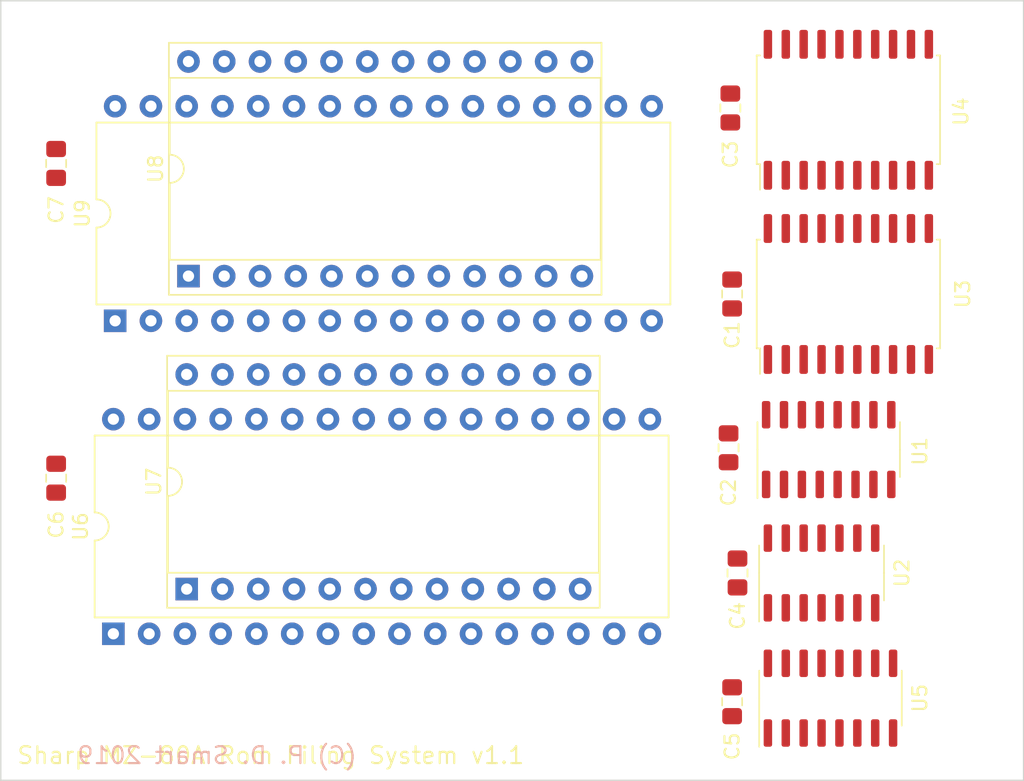
<source format=kicad_pcb>
(kicad_pcb (version 20171130) (host pcbnew "(5.1.2-1)-1")

  (general
    (thickness 1.6)
    (drawings 6)
    (tracks 0)
    (zones 0)
    (modules 16)
    (nets 70)
  )

  (page A4)
  (layers
    (0 F.Cu signal)
    (31 B.Cu signal)
    (32 B.Adhes user)
    (33 F.Adhes user)
    (34 B.Paste user)
    (35 F.Paste user)
    (36 B.SilkS user)
    (37 F.SilkS user)
    (38 B.Mask user)
    (39 F.Mask user)
    (40 Dwgs.User user)
    (41 Cmts.User user)
    (42 Eco1.User user)
    (43 Eco2.User user)
    (44 Edge.Cuts user)
    (45 Margin user)
    (46 B.CrtYd user)
    (47 F.CrtYd user)
    (48 B.Fab user)
    (49 F.Fab user)
  )

  (setup
    (last_trace_width 0.25)
    (trace_clearance 0.2)
    (zone_clearance 0.508)
    (zone_45_only no)
    (trace_min 0.2)
    (via_size 0.8)
    (via_drill 0.4)
    (via_min_size 0.4)
    (via_min_drill 0.3)
    (uvia_size 0.3)
    (uvia_drill 0.1)
    (uvias_allowed no)
    (uvia_min_size 0.2)
    (uvia_min_drill 0.1)
    (edge_width 0.05)
    (segment_width 0.2)
    (pcb_text_width 0.3)
    (pcb_text_size 1.5 1.5)
    (mod_edge_width 0.12)
    (mod_text_size 1 1)
    (mod_text_width 0.15)
    (pad_size 1.524 1.524)
    (pad_drill 0.762)
    (pad_to_mask_clearance 0.051)
    (solder_mask_min_width 0.25)
    (aux_axis_origin 0 0)
    (visible_elements FFFFFF7F)
    (pcbplotparams
      (layerselection 0x010fc_ffffffff)
      (usegerberextensions false)
      (usegerberattributes false)
      (usegerberadvancedattributes false)
      (creategerberjobfile false)
      (excludeedgelayer true)
      (linewidth 0.100000)
      (plotframeref false)
      (viasonmask false)
      (mode 1)
      (useauxorigin false)
      (hpglpennumber 1)
      (hpglpenspeed 20)
      (hpglpendiameter 15.000000)
      (psnegative false)
      (psa4output false)
      (plotreference true)
      (plotvalue true)
      (plotinvisibletext false)
      (padsonsilk false)
      (subtractmaskfromsilk false)
      (outputformat 1)
      (mirror false)
      (drillshape 0)
      (scaleselection 1)
      (outputdirectory ""))
  )

  (net 0 "")
  (net 1 GNDPWR)
  (net 2 +5V)
  (net 3 /~CSMROM~)
  (net 4 /~CSUSR~)
  (net 5 "Net-(U1-Pad14)")
  (net 6 "Net-(U1-Pad13)")
  (net 7 /A11)
  (net 8 /A10)
  (net 9 /A9)
  (net 10 "Net-(U1-Pad9)")
  (net 11 /A8)
  (net 12 /A7)
  (net 13 /A6)
  (net 14 /A5)
  (net 15 /A4)
  (net 16 /A3)
  (net 17 /A2)
  (net 18 "Net-(U2-Pad12)")
  (net 19 "Net-(U2-Pad10)")
  (net 20 "Net-(U2-Pad8)")
  (net 21 "Net-(U2-Pad6)")
  (net 22 /~MWR~)
  (net 23 "Net-(U3-Pad19)")
  (net 24 /D7)
  (net 25 /D6)
  (net 26 /BK1A18)
  (net 27 /BK1A17)
  (net 28 /D5)
  (net 29 /D4)
  (net 30 /BK1A16)
  (net 31 "Net-(U3-Pad11)")
  (net 32 /BK1A15)
  (net 33 /D3)
  (net 34 /D2)
  (net 35 /BK1A14)
  (net 36 /BK1A13)
  (net 37 /D1)
  (net 38 /D0)
  (net 39 /BK1A12)
  (net 40 "Net-(U3-Pad1)")
  (net 41 /BK2A18)
  (net 42 /BK2A17)
  (net 43 /BK2A16)
  (net 44 /BK2A15)
  (net 45 "Net-(U4-Pad11)")
  (net 46 /BK2A14)
  (net 47 /BK2A13)
  (net 48 /BK2A12)
  (net 49 /BK2A11)
  (net 50 "Net-(U4-Pad1)")
  (net 51 "Net-(U5-Pad15)")
  (net 52 "Net-(U5-Pad14)")
  (net 53 "Net-(U5-Pad13)")
  (net 54 "Net-(U5-Pad12)")
  (net 55 /A1)
  (net 56 /A0)
  (net 57 /~MRD~)
  (net 58 "Net-(U7-Pad18)")
  (net 59 "Net-(U8-Pad23)")
  (net 60 "Net-(U8-Pad22)")
  (net 61 "Net-(U8-Pad8)")
  (net 62 "Net-(U8-Pad19)")
  (net 63 "Net-(U8-Pad7)")
  (net 64 "Net-(U8-Pad6)")
  (net 65 "Net-(U8-Pad5)")
  (net 66 "Net-(U8-Pad4)")
  (net 67 "Net-(U8-Pad3)")
  (net 68 "Net-(U8-Pad2)")
  (net 69 "Net-(U8-Pad1)")

  (net_class Default "This is the default net class."
    (clearance 0.2)
    (trace_width 0.25)
    (via_dia 0.8)
    (via_drill 0.4)
    (uvia_dia 0.3)
    (uvia_drill 0.1)
    (add_net +5V)
    (add_net /A0)
    (add_net /A1)
    (add_net /A10)
    (add_net /A11)
    (add_net /A2)
    (add_net /A3)
    (add_net /A4)
    (add_net /A5)
    (add_net /A6)
    (add_net /A7)
    (add_net /A8)
    (add_net /A9)
    (add_net /BK1A12)
    (add_net /BK1A13)
    (add_net /BK1A14)
    (add_net /BK1A15)
    (add_net /BK1A16)
    (add_net /BK1A17)
    (add_net /BK1A18)
    (add_net /BK2A11)
    (add_net /BK2A12)
    (add_net /BK2A13)
    (add_net /BK2A14)
    (add_net /BK2A15)
    (add_net /BK2A16)
    (add_net /BK2A17)
    (add_net /BK2A18)
    (add_net /D0)
    (add_net /D1)
    (add_net /D2)
    (add_net /D3)
    (add_net /D4)
    (add_net /D5)
    (add_net /D6)
    (add_net /D7)
    (add_net /~CSMROM~)
    (add_net /~CSUSR~)
    (add_net /~MRD~)
    (add_net /~MWR~)
    (add_net GNDPWR)
    (add_net "Net-(U1-Pad13)")
    (add_net "Net-(U1-Pad14)")
    (add_net "Net-(U1-Pad9)")
    (add_net "Net-(U2-Pad10)")
    (add_net "Net-(U2-Pad12)")
    (add_net "Net-(U2-Pad6)")
    (add_net "Net-(U2-Pad8)")
    (add_net "Net-(U3-Pad1)")
    (add_net "Net-(U3-Pad11)")
    (add_net "Net-(U3-Pad19)")
    (add_net "Net-(U4-Pad1)")
    (add_net "Net-(U4-Pad11)")
    (add_net "Net-(U5-Pad12)")
    (add_net "Net-(U5-Pad13)")
    (add_net "Net-(U5-Pad14)")
    (add_net "Net-(U5-Pad15)")
    (add_net "Net-(U7-Pad18)")
    (add_net "Net-(U8-Pad1)")
    (add_net "Net-(U8-Pad19)")
    (add_net "Net-(U8-Pad2)")
    (add_net "Net-(U8-Pad22)")
    (add_net "Net-(U8-Pad23)")
    (add_net "Net-(U8-Pad3)")
    (add_net "Net-(U8-Pad4)")
    (add_net "Net-(U8-Pad5)")
    (add_net "Net-(U8-Pad6)")
    (add_net "Net-(U8-Pad7)")
    (add_net "Net-(U8-Pad8)")
  )

  (module Package_DIP:DIP-32_W15.24mm (layer F.Cu) (tedit 5A02E8C5) (tstamp 5D6C49F9)
    (at 129.159 93.98 90)
    (descr "32-lead though-hole mounted DIP package, row spacing 15.24 mm (600 mils)")
    (tags "THT DIP DIL PDIP 2.54mm 15.24mm 600mil")
    (path /5D8675A1)
    (fp_text reference U9 (at 7.62 -2.33 90) (layer F.SilkS)
      (effects (font (size 1 1) (thickness 0.15)))
    )
    (fp_text value SST39SF040 (at 7.62 40.43 90) (layer F.Fab)
      (effects (font (size 1 1) (thickness 0.15)))
    )
    (fp_text user %R (at 7.62 19.05 90) (layer F.Fab)
      (effects (font (size 1 1) (thickness 0.15)))
    )
    (fp_line (start 16.3 -1.55) (end -1.05 -1.55) (layer F.CrtYd) (width 0.05))
    (fp_line (start 16.3 39.65) (end 16.3 -1.55) (layer F.CrtYd) (width 0.05))
    (fp_line (start -1.05 39.65) (end 16.3 39.65) (layer F.CrtYd) (width 0.05))
    (fp_line (start -1.05 -1.55) (end -1.05 39.65) (layer F.CrtYd) (width 0.05))
    (fp_line (start 14.08 -1.33) (end 8.62 -1.33) (layer F.SilkS) (width 0.12))
    (fp_line (start 14.08 39.43) (end 14.08 -1.33) (layer F.SilkS) (width 0.12))
    (fp_line (start 1.16 39.43) (end 14.08 39.43) (layer F.SilkS) (width 0.12))
    (fp_line (start 1.16 -1.33) (end 1.16 39.43) (layer F.SilkS) (width 0.12))
    (fp_line (start 6.62 -1.33) (end 1.16 -1.33) (layer F.SilkS) (width 0.12))
    (fp_line (start 0.255 -0.27) (end 1.255 -1.27) (layer F.Fab) (width 0.1))
    (fp_line (start 0.255 39.37) (end 0.255 -0.27) (layer F.Fab) (width 0.1))
    (fp_line (start 14.985 39.37) (end 0.255 39.37) (layer F.Fab) (width 0.1))
    (fp_line (start 14.985 -1.27) (end 14.985 39.37) (layer F.Fab) (width 0.1))
    (fp_line (start 1.255 -1.27) (end 14.985 -1.27) (layer F.Fab) (width 0.1))
    (fp_arc (start 7.62 -1.33) (end 6.62 -1.33) (angle -180) (layer F.SilkS) (width 0.12))
    (pad 32 thru_hole oval (at 15.24 0 90) (size 1.6 1.6) (drill 0.8) (layers *.Cu *.Mask)
      (net 2 +5V))
    (pad 16 thru_hole oval (at 0 38.1 90) (size 1.6 1.6) (drill 0.8) (layers *.Cu *.Mask)
      (net 1 GNDPWR))
    (pad 31 thru_hole oval (at 15.24 2.54 90) (size 1.6 1.6) (drill 0.8) (layers *.Cu *.Mask)
      (net 22 /~MWR~))
    (pad 15 thru_hole oval (at 0 35.56 90) (size 1.6 1.6) (drill 0.8) (layers *.Cu *.Mask)
      (net 34 /D2))
    (pad 30 thru_hole oval (at 15.24 5.08 90) (size 1.6 1.6) (drill 0.8) (layers *.Cu *.Mask)
      (net 42 /BK2A17))
    (pad 14 thru_hole oval (at 0 33.02 90) (size 1.6 1.6) (drill 0.8) (layers *.Cu *.Mask)
      (net 37 /D1))
    (pad 29 thru_hole oval (at 15.24 7.62 90) (size 1.6 1.6) (drill 0.8) (layers *.Cu *.Mask)
      (net 46 /BK2A14))
    (pad 13 thru_hole oval (at 0 30.48 90) (size 1.6 1.6) (drill 0.8) (layers *.Cu *.Mask)
      (net 38 /D0))
    (pad 28 thru_hole oval (at 15.24 10.16 90) (size 1.6 1.6) (drill 0.8) (layers *.Cu *.Mask)
      (net 47 /BK2A13))
    (pad 12 thru_hole oval (at 0 27.94 90) (size 1.6 1.6) (drill 0.8) (layers *.Cu *.Mask)
      (net 56 /A0))
    (pad 27 thru_hole oval (at 15.24 12.7 90) (size 1.6 1.6) (drill 0.8) (layers *.Cu *.Mask)
      (net 11 /A8))
    (pad 11 thru_hole oval (at 0 25.4 90) (size 1.6 1.6) (drill 0.8) (layers *.Cu *.Mask)
      (net 55 /A1))
    (pad 26 thru_hole oval (at 15.24 15.24 90) (size 1.6 1.6) (drill 0.8) (layers *.Cu *.Mask)
      (net 9 /A9))
    (pad 10 thru_hole oval (at 0 22.86 90) (size 1.6 1.6) (drill 0.8) (layers *.Cu *.Mask)
      (net 17 /A2))
    (pad 25 thru_hole oval (at 15.24 17.78 90) (size 1.6 1.6) (drill 0.8) (layers *.Cu *.Mask)
      (net 49 /BK2A11))
    (pad 9 thru_hole oval (at 0 20.32 90) (size 1.6 1.6) (drill 0.8) (layers *.Cu *.Mask)
      (net 16 /A3))
    (pad 24 thru_hole oval (at 15.24 20.32 90) (size 1.6 1.6) (drill 0.8) (layers *.Cu *.Mask)
      (net 57 /~MRD~))
    (pad 8 thru_hole oval (at 0 17.78 90) (size 1.6 1.6) (drill 0.8) (layers *.Cu *.Mask)
      (net 15 /A4))
    (pad 23 thru_hole oval (at 15.24 22.86 90) (size 1.6 1.6) (drill 0.8) (layers *.Cu *.Mask)
      (net 8 /A10))
    (pad 7 thru_hole oval (at 0 15.24 90) (size 1.6 1.6) (drill 0.8) (layers *.Cu *.Mask)
      (net 14 /A5))
    (pad 22 thru_hole oval (at 15.24 25.4 90) (size 1.6 1.6) (drill 0.8) (layers *.Cu *.Mask)
      (net 4 /~CSUSR~))
    (pad 6 thru_hole oval (at 0 12.7 90) (size 1.6 1.6) (drill 0.8) (layers *.Cu *.Mask)
      (net 13 /A6))
    (pad 21 thru_hole oval (at 15.24 27.94 90) (size 1.6 1.6) (drill 0.8) (layers *.Cu *.Mask)
      (net 24 /D7))
    (pad 5 thru_hole oval (at 0 10.16 90) (size 1.6 1.6) (drill 0.8) (layers *.Cu *.Mask)
      (net 12 /A7))
    (pad 20 thru_hole oval (at 15.24 30.48 90) (size 1.6 1.6) (drill 0.8) (layers *.Cu *.Mask)
      (net 25 /D6))
    (pad 4 thru_hole oval (at 0 7.62 90) (size 1.6 1.6) (drill 0.8) (layers *.Cu *.Mask)
      (net 48 /BK2A12))
    (pad 19 thru_hole oval (at 15.24 33.02 90) (size 1.6 1.6) (drill 0.8) (layers *.Cu *.Mask)
      (net 28 /D5))
    (pad 3 thru_hole oval (at 0 5.08 90) (size 1.6 1.6) (drill 0.8) (layers *.Cu *.Mask)
      (net 44 /BK2A15))
    (pad 18 thru_hole oval (at 15.24 35.56 90) (size 1.6 1.6) (drill 0.8) (layers *.Cu *.Mask)
      (net 29 /D4))
    (pad 2 thru_hole oval (at 0 2.54 90) (size 1.6 1.6) (drill 0.8) (layers *.Cu *.Mask)
      (net 43 /BK2A16))
    (pad 17 thru_hole oval (at 15.24 38.1 90) (size 1.6 1.6) (drill 0.8) (layers *.Cu *.Mask)
      (net 33 /D3))
    (pad 1 thru_hole rect (at 0 0 90) (size 1.6 1.6) (drill 0.8) (layers *.Cu *.Mask)
      (net 41 /BK2A18))
    (model ${KISYS3DMOD}/Package_DIP.3dshapes/DIP-32_W15.24mm.wrl
      (at (xyz 0 0 0))
      (scale (xyz 1 1 1))
      (rotate (xyz 0 0 0))
    )
  )

  (module Package_DIP:DIP-32_W15.24mm (layer F.Cu) (tedit 5A02E8C5) (tstamp 5D6C496D)
    (at 129.032 116.205 90)
    (descr "32-lead though-hole mounted DIP package, row spacing 15.24 mm (600 mils)")
    (tags "THT DIP DIL PDIP 2.54mm 15.24mm 600mil")
    (path /5D861261)
    (fp_text reference U6 (at 7.62 -2.33 90) (layer F.SilkS)
      (effects (font (size 1 1) (thickness 0.15)))
    )
    (fp_text value SST39SF040 (at 7.62 40.43 90) (layer F.Fab)
      (effects (font (size 1 1) (thickness 0.15)))
    )
    (fp_text user %R (at 7.62 19.05 90) (layer F.Fab)
      (effects (font (size 1 1) (thickness 0.15)))
    )
    (fp_line (start 16.3 -1.55) (end -1.05 -1.55) (layer F.CrtYd) (width 0.05))
    (fp_line (start 16.3 39.65) (end 16.3 -1.55) (layer F.CrtYd) (width 0.05))
    (fp_line (start -1.05 39.65) (end 16.3 39.65) (layer F.CrtYd) (width 0.05))
    (fp_line (start -1.05 -1.55) (end -1.05 39.65) (layer F.CrtYd) (width 0.05))
    (fp_line (start 14.08 -1.33) (end 8.62 -1.33) (layer F.SilkS) (width 0.12))
    (fp_line (start 14.08 39.43) (end 14.08 -1.33) (layer F.SilkS) (width 0.12))
    (fp_line (start 1.16 39.43) (end 14.08 39.43) (layer F.SilkS) (width 0.12))
    (fp_line (start 1.16 -1.33) (end 1.16 39.43) (layer F.SilkS) (width 0.12))
    (fp_line (start 6.62 -1.33) (end 1.16 -1.33) (layer F.SilkS) (width 0.12))
    (fp_line (start 0.255 -0.27) (end 1.255 -1.27) (layer F.Fab) (width 0.1))
    (fp_line (start 0.255 39.37) (end 0.255 -0.27) (layer F.Fab) (width 0.1))
    (fp_line (start 14.985 39.37) (end 0.255 39.37) (layer F.Fab) (width 0.1))
    (fp_line (start 14.985 -1.27) (end 14.985 39.37) (layer F.Fab) (width 0.1))
    (fp_line (start 1.255 -1.27) (end 14.985 -1.27) (layer F.Fab) (width 0.1))
    (fp_arc (start 7.62 -1.33) (end 6.62 -1.33) (angle -180) (layer F.SilkS) (width 0.12))
    (pad 32 thru_hole oval (at 15.24 0 90) (size 1.6 1.6) (drill 0.8) (layers *.Cu *.Mask)
      (net 2 +5V))
    (pad 16 thru_hole oval (at 0 38.1 90) (size 1.6 1.6) (drill 0.8) (layers *.Cu *.Mask)
      (net 1 GNDPWR))
    (pad 31 thru_hole oval (at 15.24 2.54 90) (size 1.6 1.6) (drill 0.8) (layers *.Cu *.Mask)
      (net 22 /~MWR~))
    (pad 15 thru_hole oval (at 0 35.56 90) (size 1.6 1.6) (drill 0.8) (layers *.Cu *.Mask)
      (net 34 /D2))
    (pad 30 thru_hole oval (at 15.24 5.08 90) (size 1.6 1.6) (drill 0.8) (layers *.Cu *.Mask)
      (net 27 /BK1A17))
    (pad 14 thru_hole oval (at 0 33.02 90) (size 1.6 1.6) (drill 0.8) (layers *.Cu *.Mask)
      (net 37 /D1))
    (pad 29 thru_hole oval (at 15.24 7.62 90) (size 1.6 1.6) (drill 0.8) (layers *.Cu *.Mask)
      (net 35 /BK1A14))
    (pad 13 thru_hole oval (at 0 30.48 90) (size 1.6 1.6) (drill 0.8) (layers *.Cu *.Mask)
      (net 38 /D0))
    (pad 28 thru_hole oval (at 15.24 10.16 90) (size 1.6 1.6) (drill 0.8) (layers *.Cu *.Mask)
      (net 36 /BK1A13))
    (pad 12 thru_hole oval (at 0 27.94 90) (size 1.6 1.6) (drill 0.8) (layers *.Cu *.Mask)
      (net 56 /A0))
    (pad 27 thru_hole oval (at 15.24 12.7 90) (size 1.6 1.6) (drill 0.8) (layers *.Cu *.Mask)
      (net 11 /A8))
    (pad 11 thru_hole oval (at 0 25.4 90) (size 1.6 1.6) (drill 0.8) (layers *.Cu *.Mask)
      (net 55 /A1))
    (pad 26 thru_hole oval (at 15.24 15.24 90) (size 1.6 1.6) (drill 0.8) (layers *.Cu *.Mask)
      (net 9 /A9))
    (pad 10 thru_hole oval (at 0 22.86 90) (size 1.6 1.6) (drill 0.8) (layers *.Cu *.Mask)
      (net 17 /A2))
    (pad 25 thru_hole oval (at 15.24 17.78 90) (size 1.6 1.6) (drill 0.8) (layers *.Cu *.Mask)
      (net 7 /A11))
    (pad 9 thru_hole oval (at 0 20.32 90) (size 1.6 1.6) (drill 0.8) (layers *.Cu *.Mask)
      (net 16 /A3))
    (pad 24 thru_hole oval (at 15.24 20.32 90) (size 1.6 1.6) (drill 0.8) (layers *.Cu *.Mask)
      (net 57 /~MRD~))
    (pad 8 thru_hole oval (at 0 17.78 90) (size 1.6 1.6) (drill 0.8) (layers *.Cu *.Mask)
      (net 15 /A4))
    (pad 23 thru_hole oval (at 15.24 22.86 90) (size 1.6 1.6) (drill 0.8) (layers *.Cu *.Mask)
      (net 8 /A10))
    (pad 7 thru_hole oval (at 0 15.24 90) (size 1.6 1.6) (drill 0.8) (layers *.Cu *.Mask)
      (net 14 /A5))
    (pad 22 thru_hole oval (at 15.24 25.4 90) (size 1.6 1.6) (drill 0.8) (layers *.Cu *.Mask)
      (net 3 /~CSMROM~))
    (pad 6 thru_hole oval (at 0 12.7 90) (size 1.6 1.6) (drill 0.8) (layers *.Cu *.Mask)
      (net 13 /A6))
    (pad 21 thru_hole oval (at 15.24 27.94 90) (size 1.6 1.6) (drill 0.8) (layers *.Cu *.Mask)
      (net 24 /D7))
    (pad 5 thru_hole oval (at 0 10.16 90) (size 1.6 1.6) (drill 0.8) (layers *.Cu *.Mask)
      (net 12 /A7))
    (pad 20 thru_hole oval (at 15.24 30.48 90) (size 1.6 1.6) (drill 0.8) (layers *.Cu *.Mask)
      (net 25 /D6))
    (pad 4 thru_hole oval (at 0 7.62 90) (size 1.6 1.6) (drill 0.8) (layers *.Cu *.Mask)
      (net 39 /BK1A12))
    (pad 19 thru_hole oval (at 15.24 33.02 90) (size 1.6 1.6) (drill 0.8) (layers *.Cu *.Mask)
      (net 28 /D5))
    (pad 3 thru_hole oval (at 0 5.08 90) (size 1.6 1.6) (drill 0.8) (layers *.Cu *.Mask)
      (net 32 /BK1A15))
    (pad 18 thru_hole oval (at 15.24 35.56 90) (size 1.6 1.6) (drill 0.8) (layers *.Cu *.Mask)
      (net 29 /D4))
    (pad 2 thru_hole oval (at 0 2.54 90) (size 1.6 1.6) (drill 0.8) (layers *.Cu *.Mask)
      (net 30 /BK1A16))
    (pad 17 thru_hole oval (at 15.24 38.1 90) (size 1.6 1.6) (drill 0.8) (layers *.Cu *.Mask)
      (net 33 /D3))
    (pad 1 thru_hole rect (at 0 0 90) (size 1.6 1.6) (drill 0.8) (layers *.Cu *.Mask)
      (net 26 /BK1A18))
    (model ${KISYS3DMOD}/Package_DIP.3dshapes/DIP-32_W15.24mm.wrl
      (at (xyz 0 0 0))
      (scale (xyz 1 1 1))
      (rotate (xyz 0 0 0))
    )
  )

  (module Package_DIP:DIP-24_W15.24mm_Socket (layer F.Cu) (tedit 5A02E8C5) (tstamp 5D6C5FC2)
    (at 134.366 90.805 90)
    (descr "24-lead though-hole mounted DIP package, row spacing 15.24 mm (600 mils), Socket")
    (tags "THT DIP DIL PDIP 2.54mm 15.24mm 600mil Socket")
    (path /5D742653)
    (fp_text reference U8 (at 7.62 -2.33 90) (layer F.SilkS)
      (effects (font (size 1 1) (thickness 0.15)))
    )
    (fp_text value 2716_Socket (at 7.62 30.27 90) (layer F.Fab)
      (effects (font (size 1 1) (thickness 0.15)))
    )
    (fp_text user %R (at 7.62 13.97 90) (layer F.Fab) hide
      (effects (font (size 1 1) (thickness 0.15)))
    )
    (fp_line (start 16.8 -1.6) (end -1.55 -1.6) (layer F.CrtYd) (width 0.05))
    (fp_line (start 16.8 29.55) (end 16.8 -1.6) (layer F.CrtYd) (width 0.05))
    (fp_line (start -1.55 29.55) (end 16.8 29.55) (layer F.CrtYd) (width 0.05))
    (fp_line (start -1.55 -1.6) (end -1.55 29.55) (layer F.CrtYd) (width 0.05))
    (fp_line (start 16.57 -1.39) (end -1.33 -1.39) (layer F.SilkS) (width 0.12))
    (fp_line (start 16.57 29.33) (end 16.57 -1.39) (layer F.SilkS) (width 0.12))
    (fp_line (start -1.33 29.33) (end 16.57 29.33) (layer F.SilkS) (width 0.12))
    (fp_line (start -1.33 -1.39) (end -1.33 29.33) (layer F.SilkS) (width 0.12))
    (fp_line (start 14.08 -1.33) (end 8.62 -1.33) (layer F.SilkS) (width 0.12))
    (fp_line (start 14.08 29.27) (end 14.08 -1.33) (layer F.SilkS) (width 0.12))
    (fp_line (start 1.16 29.27) (end 14.08 29.27) (layer F.SilkS) (width 0.12))
    (fp_line (start 1.16 -1.33) (end 1.16 29.27) (layer F.SilkS) (width 0.12))
    (fp_line (start 6.62 -1.33) (end 1.16 -1.33) (layer F.SilkS) (width 0.12))
    (fp_line (start 16.51 -1.33) (end -1.27 -1.33) (layer F.Fab) (width 0.1))
    (fp_line (start 16.51 29.27) (end 16.51 -1.33) (layer F.Fab) (width 0.1))
    (fp_line (start -1.27 29.27) (end 16.51 29.27) (layer F.Fab) (width 0.1))
    (fp_line (start -1.27 -1.33) (end -1.27 29.27) (layer F.Fab) (width 0.1))
    (fp_line (start 0.255 -0.27) (end 1.255 -1.27) (layer F.Fab) (width 0.1))
    (fp_line (start 0.255 29.21) (end 0.255 -0.27) (layer F.Fab) (width 0.1))
    (fp_line (start 14.985 29.21) (end 0.255 29.21) (layer F.Fab) (width 0.1))
    (fp_line (start 14.985 -1.27) (end 14.985 29.21) (layer F.Fab) (width 0.1))
    (fp_line (start 1.255 -1.27) (end 14.985 -1.27) (layer F.Fab) (width 0.1))
    (fp_arc (start 7.62 -1.33) (end 6.62 -1.33) (angle -180) (layer F.SilkS) (width 0.12))
    (pad 24 thru_hole oval (at 15.24 0 90) (size 1.6 1.6) (drill 0.8) (layers *.Cu *.Mask)
      (net 2 +5V))
    (pad 12 thru_hole oval (at 0 27.94 90) (size 1.6 1.6) (drill 0.8) (layers *.Cu *.Mask)
      (net 1 GNDPWR))
    (pad 23 thru_hole oval (at 15.24 2.54 90) (size 1.6 1.6) (drill 0.8) (layers *.Cu *.Mask)
      (net 59 "Net-(U8-Pad23)"))
    (pad 11 thru_hole oval (at 0 25.4 90) (size 1.6 1.6) (drill 0.8) (layers *.Cu *.Mask)
      (net 34 /D2))
    (pad 22 thru_hole oval (at 15.24 5.08 90) (size 1.6 1.6) (drill 0.8) (layers *.Cu *.Mask)
      (net 60 "Net-(U8-Pad22)"))
    (pad 10 thru_hole oval (at 0 22.86 90) (size 1.6 1.6) (drill 0.8) (layers *.Cu *.Mask)
      (net 37 /D1))
    (pad 21 thru_hole oval (at 15.24 7.62 90) (size 1.6 1.6) (drill 0.8) (layers *.Cu *.Mask)
      (net 22 /~MWR~))
    (pad 9 thru_hole oval (at 0 20.32 90) (size 1.6 1.6) (drill 0.8) (layers *.Cu *.Mask)
      (net 38 /D0))
    (pad 20 thru_hole oval (at 15.24 10.16 90) (size 1.6 1.6) (drill 0.8) (layers *.Cu *.Mask)
      (net 57 /~MRD~))
    (pad 8 thru_hole oval (at 0 17.78 90) (size 1.6 1.6) (drill 0.8) (layers *.Cu *.Mask)
      (net 61 "Net-(U8-Pad8)"))
    (pad 19 thru_hole oval (at 15.24 12.7 90) (size 1.6 1.6) (drill 0.8) (layers *.Cu *.Mask)
      (net 62 "Net-(U8-Pad19)"))
    (pad 7 thru_hole oval (at 0 15.24 90) (size 1.6 1.6) (drill 0.8) (layers *.Cu *.Mask)
      (net 63 "Net-(U8-Pad7)"))
    (pad 18 thru_hole oval (at 15.24 15.24 90) (size 1.6 1.6) (drill 0.8) (layers *.Cu *.Mask)
      (net 4 /~CSUSR~))
    (pad 6 thru_hole oval (at 0 12.7 90) (size 1.6 1.6) (drill 0.8) (layers *.Cu *.Mask)
      (net 64 "Net-(U8-Pad6)"))
    (pad 17 thru_hole oval (at 15.24 17.78 90) (size 1.6 1.6) (drill 0.8) (layers *.Cu *.Mask)
      (net 24 /D7))
    (pad 5 thru_hole oval (at 0 10.16 90) (size 1.6 1.6) (drill 0.8) (layers *.Cu *.Mask)
      (net 65 "Net-(U8-Pad5)"))
    (pad 16 thru_hole oval (at 15.24 20.32 90) (size 1.6 1.6) (drill 0.8) (layers *.Cu *.Mask)
      (net 25 /D6))
    (pad 4 thru_hole oval (at 0 7.62 90) (size 1.6 1.6) (drill 0.8) (layers *.Cu *.Mask)
      (net 66 "Net-(U8-Pad4)"))
    (pad 15 thru_hole oval (at 15.24 22.86 90) (size 1.6 1.6) (drill 0.8) (layers *.Cu *.Mask)
      (net 28 /D5))
    (pad 3 thru_hole oval (at 0 5.08 90) (size 1.6 1.6) (drill 0.8) (layers *.Cu *.Mask)
      (net 67 "Net-(U8-Pad3)"))
    (pad 14 thru_hole oval (at 15.24 25.4 90) (size 1.6 1.6) (drill 0.8) (layers *.Cu *.Mask)
      (net 29 /D4))
    (pad 2 thru_hole oval (at 0 2.54 90) (size 1.6 1.6) (drill 0.8) (layers *.Cu *.Mask)
      (net 68 "Net-(U8-Pad2)"))
    (pad 13 thru_hole oval (at 15.24 27.94 90) (size 1.6 1.6) (drill 0.8) (layers *.Cu *.Mask)
      (net 33 /D3))
    (pad 1 thru_hole rect (at 0 0 90) (size 1.6 1.6) (drill 0.8) (layers *.Cu *.Mask)
      (net 69 "Net-(U8-Pad1)"))
    (model ${KISYS3DMOD}/Package_DIP.3dshapes/DIP-24_W15.24mm_Socket.wrl
      (at (xyz 0 0 0))
      (scale (xyz 1 1 1))
      (rotate (xyz 0 0 0))
    )
  )

  (module Package_DIP:DIP-24_W15.24mm_Socket (layer F.Cu) (tedit 5A02E8C5) (tstamp 5D6C4999)
    (at 134.239 113.03 90)
    (descr "24-lead though-hole mounted DIP package, row spacing 15.24 mm (600 mils), Socket")
    (tags "THT DIP DIL PDIP 2.54mm 15.24mm 600mil Socket")
    (path /5D73B31D)
    (fp_text reference U7 (at 7.62 -2.33 90) (layer F.SilkS)
      (effects (font (size 1 1) (thickness 0.15)))
    )
    (fp_text value 2732_Socket (at 7.62 30.27 90) (layer F.Fab)
      (effects (font (size 1 1) (thickness 0.15)))
    )
    (fp_text user %R (at 7.62 13.97 90) (layer F.Fab) hide
      (effects (font (size 1 1) (thickness 0.15)))
    )
    (fp_line (start 16.8 -1.6) (end -1.55 -1.6) (layer F.CrtYd) (width 0.05))
    (fp_line (start 16.8 29.55) (end 16.8 -1.6) (layer F.CrtYd) (width 0.05))
    (fp_line (start -1.55 29.55) (end 16.8 29.55) (layer F.CrtYd) (width 0.05))
    (fp_line (start -1.55 -1.6) (end -1.55 29.55) (layer F.CrtYd) (width 0.05))
    (fp_line (start 16.57 -1.39) (end -1.33 -1.39) (layer F.SilkS) (width 0.12))
    (fp_line (start 16.57 29.33) (end 16.57 -1.39) (layer F.SilkS) (width 0.12))
    (fp_line (start -1.33 29.33) (end 16.57 29.33) (layer F.SilkS) (width 0.12))
    (fp_line (start -1.33 -1.39) (end -1.33 29.33) (layer F.SilkS) (width 0.12))
    (fp_line (start 14.08 -1.33) (end 8.62 -1.33) (layer F.SilkS) (width 0.12))
    (fp_line (start 14.08 29.27) (end 14.08 -1.33) (layer F.SilkS) (width 0.12))
    (fp_line (start 1.16 29.27) (end 14.08 29.27) (layer F.SilkS) (width 0.12))
    (fp_line (start 1.16 -1.33) (end 1.16 29.27) (layer F.SilkS) (width 0.12))
    (fp_line (start 6.62 -1.33) (end 1.16 -1.33) (layer F.SilkS) (width 0.12))
    (fp_line (start 16.51 -1.33) (end -1.27 -1.33) (layer F.Fab) (width 0.1))
    (fp_line (start 16.51 29.27) (end 16.51 -1.33) (layer F.Fab) (width 0.1))
    (fp_line (start -1.27 29.27) (end 16.51 29.27) (layer F.Fab) (width 0.1))
    (fp_line (start -1.27 -1.33) (end -1.27 29.27) (layer F.Fab) (width 0.1))
    (fp_line (start 0.255 -0.27) (end 1.255 -1.27) (layer F.Fab) (width 0.1))
    (fp_line (start 0.255 29.21) (end 0.255 -0.27) (layer F.Fab) (width 0.1))
    (fp_line (start 14.985 29.21) (end 0.255 29.21) (layer F.Fab) (width 0.1))
    (fp_line (start 14.985 -1.27) (end 14.985 29.21) (layer F.Fab) (width 0.1))
    (fp_line (start 1.255 -1.27) (end 14.985 -1.27) (layer F.Fab) (width 0.1))
    (fp_arc (start 7.62 -1.33) (end 6.62 -1.33) (angle -180) (layer F.SilkS) (width 0.12))
    (pad 24 thru_hole oval (at 15.24 0 90) (size 1.6 1.6) (drill 0.8) (layers *.Cu *.Mask)
      (net 2 +5V))
    (pad 12 thru_hole oval (at 0 27.94 90) (size 1.6 1.6) (drill 0.8) (layers *.Cu *.Mask)
      (net 1 GNDPWR))
    (pad 23 thru_hole oval (at 15.24 2.54 90) (size 1.6 1.6) (drill 0.8) (layers *.Cu *.Mask)
      (net 11 /A8))
    (pad 11 thru_hole oval (at 0 25.4 90) (size 1.6 1.6) (drill 0.8) (layers *.Cu *.Mask)
      (net 34 /D2))
    (pad 22 thru_hole oval (at 15.24 5.08 90) (size 1.6 1.6) (drill 0.8) (layers *.Cu *.Mask)
      (net 9 /A9))
    (pad 10 thru_hole oval (at 0 22.86 90) (size 1.6 1.6) (drill 0.8) (layers *.Cu *.Mask)
      (net 37 /D1))
    (pad 21 thru_hole oval (at 15.24 7.62 90) (size 1.6 1.6) (drill 0.8) (layers *.Cu *.Mask)
      (net 7 /A11))
    (pad 9 thru_hole oval (at 0 20.32 90) (size 1.6 1.6) (drill 0.8) (layers *.Cu *.Mask)
      (net 38 /D0))
    (pad 20 thru_hole oval (at 15.24 10.16 90) (size 1.6 1.6) (drill 0.8) (layers *.Cu *.Mask)
      (net 3 /~CSMROM~))
    (pad 8 thru_hole oval (at 0 17.78 90) (size 1.6 1.6) (drill 0.8) (layers *.Cu *.Mask)
      (net 56 /A0))
    (pad 19 thru_hole oval (at 15.24 12.7 90) (size 1.6 1.6) (drill 0.8) (layers *.Cu *.Mask)
      (net 8 /A10))
    (pad 7 thru_hole oval (at 0 15.24 90) (size 1.6 1.6) (drill 0.8) (layers *.Cu *.Mask)
      (net 55 /A1))
    (pad 18 thru_hole oval (at 15.24 15.24 90) (size 1.6 1.6) (drill 0.8) (layers *.Cu *.Mask)
      (net 58 "Net-(U7-Pad18)"))
    (pad 6 thru_hole oval (at 0 12.7 90) (size 1.6 1.6) (drill 0.8) (layers *.Cu *.Mask)
      (net 17 /A2))
    (pad 17 thru_hole oval (at 15.24 17.78 90) (size 1.6 1.6) (drill 0.8) (layers *.Cu *.Mask)
      (net 24 /D7))
    (pad 5 thru_hole oval (at 0 10.16 90) (size 1.6 1.6) (drill 0.8) (layers *.Cu *.Mask)
      (net 16 /A3))
    (pad 16 thru_hole oval (at 15.24 20.32 90) (size 1.6 1.6) (drill 0.8) (layers *.Cu *.Mask)
      (net 25 /D6))
    (pad 4 thru_hole oval (at 0 7.62 90) (size 1.6 1.6) (drill 0.8) (layers *.Cu *.Mask)
      (net 15 /A4))
    (pad 15 thru_hole oval (at 15.24 22.86 90) (size 1.6 1.6) (drill 0.8) (layers *.Cu *.Mask)
      (net 28 /D5))
    (pad 3 thru_hole oval (at 0 5.08 90) (size 1.6 1.6) (drill 0.8) (layers *.Cu *.Mask)
      (net 14 /A5))
    (pad 14 thru_hole oval (at 15.24 25.4 90) (size 1.6 1.6) (drill 0.8) (layers *.Cu *.Mask)
      (net 29 /D4))
    (pad 2 thru_hole oval (at 0 2.54 90) (size 1.6 1.6) (drill 0.8) (layers *.Cu *.Mask)
      (net 13 /A6))
    (pad 13 thru_hole oval (at 15.24 27.94 90) (size 1.6 1.6) (drill 0.8) (layers *.Cu *.Mask)
      (net 33 /D3))
    (pad 1 thru_hole rect (at 0 0 90) (size 1.6 1.6) (drill 0.8) (layers *.Cu *.Mask)
      (net 12 /A7))
    (model ${KISYS3DMOD}/Package_DIP.3dshapes/DIP-24_W15.24mm_Socket.wrl
      (at (xyz 0 0 0))
      (scale (xyz 1 1 1))
      (rotate (xyz 0 0 0))
    )
  )

  (module Package_SO:SOIC-16_3.9x9.9mm_P1.27mm (layer F.Cu) (tedit 5C97300E) (tstamp 5D6C4939)
    (at 179.959 120.777 90)
    (descr "SOIC, 16 Pin (JEDEC MS-012AC, https://www.analog.com/media/en/package-pcb-resources/package/pkg_pdf/soic_narrow-r/r_16.pdf), generated with kicad-footprint-generator ipc_gullwing_generator.py")
    (tags "SOIC SO")
    (path /5D977CCD)
    (attr smd)
    (fp_text reference U5 (at 0 6.35 90) (layer F.SilkS)
      (effects (font (size 1 1) (thickness 0.15)))
    )
    (fp_text value 74HCT138 (at -0.127 0) (layer F.Fab)
      (effects (font (size 1 1) (thickness 0.15)))
    )
    (fp_text user %R (at 0 0 90) (layer F.Fab) hide
      (effects (font (size 0.98 0.98) (thickness 0.15)))
    )
    (fp_line (start 3.7 -5.2) (end -3.7 -5.2) (layer F.CrtYd) (width 0.05))
    (fp_line (start 3.7 5.2) (end 3.7 -5.2) (layer F.CrtYd) (width 0.05))
    (fp_line (start -3.7 5.2) (end 3.7 5.2) (layer F.CrtYd) (width 0.05))
    (fp_line (start -3.7 -5.2) (end -3.7 5.2) (layer F.CrtYd) (width 0.05))
    (fp_line (start -1.95 -3.975) (end -0.975 -4.95) (layer F.Fab) (width 0.1))
    (fp_line (start -1.95 4.95) (end -1.95 -3.975) (layer F.Fab) (width 0.1))
    (fp_line (start 1.95 4.95) (end -1.95 4.95) (layer F.Fab) (width 0.1))
    (fp_line (start 1.95 -4.95) (end 1.95 4.95) (layer F.Fab) (width 0.1))
    (fp_line (start -0.975 -4.95) (end 1.95 -4.95) (layer F.Fab) (width 0.1))
    (fp_line (start 0 -5.06) (end -3.45 -5.06) (layer F.SilkS) (width 0.12))
    (fp_line (start 0 -5.06) (end 1.95 -5.06) (layer F.SilkS) (width 0.12))
    (fp_line (start 0 5.06) (end -1.95 5.06) (layer F.SilkS) (width 0.12))
    (fp_line (start 0 5.06) (end 1.95 5.06) (layer F.SilkS) (width 0.12))
    (pad 16 smd roundrect (at 2.475 -4.445 90) (size 1.95 0.6) (layers F.Cu F.Paste F.Mask) (roundrect_rratio 0.25)
      (net 2 +5V))
    (pad 15 smd roundrect (at 2.475 -3.175 90) (size 1.95 0.6) (layers F.Cu F.Paste F.Mask) (roundrect_rratio 0.25)
      (net 51 "Net-(U5-Pad15)"))
    (pad 14 smd roundrect (at 2.475 -1.905 90) (size 1.95 0.6) (layers F.Cu F.Paste F.Mask) (roundrect_rratio 0.25)
      (net 52 "Net-(U5-Pad14)"))
    (pad 13 smd roundrect (at 2.475 -0.635 90) (size 1.95 0.6) (layers F.Cu F.Paste F.Mask) (roundrect_rratio 0.25)
      (net 53 "Net-(U5-Pad13)"))
    (pad 12 smd roundrect (at 2.475 0.635 90) (size 1.95 0.6) (layers F.Cu F.Paste F.Mask) (roundrect_rratio 0.25)
      (net 54 "Net-(U5-Pad12)"))
    (pad 11 smd roundrect (at 2.475 1.905 90) (size 1.95 0.6) (layers F.Cu F.Paste F.Mask) (roundrect_rratio 0.25)
      (net 31 "Net-(U3-Pad11)"))
    (pad 10 smd roundrect (at 2.475 3.175 90) (size 1.95 0.6) (layers F.Cu F.Paste F.Mask) (roundrect_rratio 0.25)
      (net 45 "Net-(U4-Pad11)"))
    (pad 9 smd roundrect (at 2.475 4.445 90) (size 1.95 0.6) (layers F.Cu F.Paste F.Mask) (roundrect_rratio 0.25)
      (net 40 "Net-(U3-Pad1)"))
    (pad 8 smd roundrect (at -2.475 4.445 90) (size 1.95 0.6) (layers F.Cu F.Paste F.Mask) (roundrect_rratio 0.25)
      (net 1 GNDPWR))
    (pad 7 smd roundrect (at -2.475 3.175 90) (size 1.95 0.6) (layers F.Cu F.Paste F.Mask) (roundrect_rratio 0.25)
      (net 50 "Net-(U4-Pad1)"))
    (pad 6 smd roundrect (at -2.475 1.905 90) (size 1.95 0.6) (layers F.Cu F.Paste F.Mask) (roundrect_rratio 0.25)
      (net 2 +5V))
    (pad 5 smd roundrect (at -2.475 0.635 90) (size 1.95 0.6) (layers F.Cu F.Paste F.Mask) (roundrect_rratio 0.25)
      (net 10 "Net-(U1-Pad9)"))
    (pad 4 smd roundrect (at -2.475 -0.635 90) (size 1.95 0.6) (layers F.Cu F.Paste F.Mask) (roundrect_rratio 0.25)
      (net 10 "Net-(U1-Pad9)"))
    (pad 3 smd roundrect (at -2.475 -1.905 90) (size 1.95 0.6) (layers F.Cu F.Paste F.Mask) (roundrect_rratio 0.25)
      (net 2 +5V))
    (pad 2 smd roundrect (at -2.475 -3.175 90) (size 1.95 0.6) (layers F.Cu F.Paste F.Mask) (roundrect_rratio 0.25)
      (net 55 /A1))
    (pad 1 smd roundrect (at -2.475 -4.445 90) (size 1.95 0.6) (layers F.Cu F.Paste F.Mask) (roundrect_rratio 0.25)
      (net 56 /A0))
    (model ${KISYS3DMOD}/Package_SO.3dshapes/SOIC-16_3.9x9.9mm_P1.27mm.wrl
      (at (xyz 0 0 0))
      (scale (xyz 1 1 1))
      (rotate (xyz 0 0 0))
    )
  )

  (module Package_SO:SOIC-20W_7.5x12.8mm_P1.27mm (layer F.Cu) (tedit 5C97300E) (tstamp 5D6C4917)
    (at 181.229 78.994 90)
    (descr "SOIC, 20 Pin (JEDEC MS-013AC, https://www.analog.com/media/en/package-pcb-resources/package/233848rw_20.pdf), generated with kicad-footprint-generator ipc_gullwing_generator.py")
    (tags "SOIC SO")
    (path /5DCE1F15)
    (attr smd)
    (fp_text reference U4 (at -0.127 8.001 90) (layer F.SilkS)
      (effects (font (size 1 1) (thickness 0.15)))
    )
    (fp_text value 74HCT273 (at 0.127 0) (layer F.Fab)
      (effects (font (size 1 1) (thickness 0.15)))
    )
    (fp_text user %R (at 0 0 90) (layer F.Fab) hide
      (effects (font (size 1 1) (thickness 0.15)))
    )
    (fp_line (start 5.93 -6.65) (end -5.93 -6.65) (layer F.CrtYd) (width 0.05))
    (fp_line (start 5.93 6.65) (end 5.93 -6.65) (layer F.CrtYd) (width 0.05))
    (fp_line (start -5.93 6.65) (end 5.93 6.65) (layer F.CrtYd) (width 0.05))
    (fp_line (start -5.93 -6.65) (end -5.93 6.65) (layer F.CrtYd) (width 0.05))
    (fp_line (start -3.75 -5.4) (end -2.75 -6.4) (layer F.Fab) (width 0.1))
    (fp_line (start -3.75 6.4) (end -3.75 -5.4) (layer F.Fab) (width 0.1))
    (fp_line (start 3.75 6.4) (end -3.75 6.4) (layer F.Fab) (width 0.1))
    (fp_line (start 3.75 -6.4) (end 3.75 6.4) (layer F.Fab) (width 0.1))
    (fp_line (start -2.75 -6.4) (end 3.75 -6.4) (layer F.Fab) (width 0.1))
    (fp_line (start -3.86 -6.275) (end -5.675 -6.275) (layer F.SilkS) (width 0.12))
    (fp_line (start -3.86 -6.51) (end -3.86 -6.275) (layer F.SilkS) (width 0.12))
    (fp_line (start 0 -6.51) (end -3.86 -6.51) (layer F.SilkS) (width 0.12))
    (fp_line (start 3.86 -6.51) (end 3.86 -6.275) (layer F.SilkS) (width 0.12))
    (fp_line (start 0 -6.51) (end 3.86 -6.51) (layer F.SilkS) (width 0.12))
    (fp_line (start -3.86 6.51) (end -3.86 6.275) (layer F.SilkS) (width 0.12))
    (fp_line (start 0 6.51) (end -3.86 6.51) (layer F.SilkS) (width 0.12))
    (fp_line (start 3.86 6.51) (end 3.86 6.275) (layer F.SilkS) (width 0.12))
    (fp_line (start 0 6.51) (end 3.86 6.51) (layer F.SilkS) (width 0.12))
    (pad 20 smd roundrect (at 4.65 -5.715 90) (size 2.05 0.6) (layers F.Cu F.Paste F.Mask) (roundrect_rratio 0.25)
      (net 2 +5V))
    (pad 19 smd roundrect (at 4.65 -4.445 90) (size 2.05 0.6) (layers F.Cu F.Paste F.Mask) (roundrect_rratio 0.25)
      (net 41 /BK2A18))
    (pad 18 smd roundrect (at 4.65 -3.175 90) (size 2.05 0.6) (layers F.Cu F.Paste F.Mask) (roundrect_rratio 0.25)
      (net 24 /D7))
    (pad 17 smd roundrect (at 4.65 -1.905 90) (size 2.05 0.6) (layers F.Cu F.Paste F.Mask) (roundrect_rratio 0.25)
      (net 25 /D6))
    (pad 16 smd roundrect (at 4.65 -0.635 90) (size 2.05 0.6) (layers F.Cu F.Paste F.Mask) (roundrect_rratio 0.25)
      (net 42 /BK2A17))
    (pad 15 smd roundrect (at 4.65 0.635 90) (size 2.05 0.6) (layers F.Cu F.Paste F.Mask) (roundrect_rratio 0.25)
      (net 43 /BK2A16))
    (pad 14 smd roundrect (at 4.65 1.905 90) (size 2.05 0.6) (layers F.Cu F.Paste F.Mask) (roundrect_rratio 0.25)
      (net 28 /D5))
    (pad 13 smd roundrect (at 4.65 3.175 90) (size 2.05 0.6) (layers F.Cu F.Paste F.Mask) (roundrect_rratio 0.25)
      (net 29 /D4))
    (pad 12 smd roundrect (at 4.65 4.445 90) (size 2.05 0.6) (layers F.Cu F.Paste F.Mask) (roundrect_rratio 0.25)
      (net 44 /BK2A15))
    (pad 11 smd roundrect (at 4.65 5.715 90) (size 2.05 0.6) (layers F.Cu F.Paste F.Mask) (roundrect_rratio 0.25)
      (net 45 "Net-(U4-Pad11)"))
    (pad 10 smd roundrect (at -4.65 5.715 90) (size 2.05 0.6) (layers F.Cu F.Paste F.Mask) (roundrect_rratio 0.25)
      (net 1 GNDPWR))
    (pad 9 smd roundrect (at -4.65 4.445 90) (size 2.05 0.6) (layers F.Cu F.Paste F.Mask) (roundrect_rratio 0.25)
      (net 46 /BK2A14))
    (pad 8 smd roundrect (at -4.65 3.175 90) (size 2.05 0.6) (layers F.Cu F.Paste F.Mask) (roundrect_rratio 0.25)
      (net 33 /D3))
    (pad 7 smd roundrect (at -4.65 1.905 90) (size 2.05 0.6) (layers F.Cu F.Paste F.Mask) (roundrect_rratio 0.25)
      (net 34 /D2))
    (pad 6 smd roundrect (at -4.65 0.635 90) (size 2.05 0.6) (layers F.Cu F.Paste F.Mask) (roundrect_rratio 0.25)
      (net 47 /BK2A13))
    (pad 5 smd roundrect (at -4.65 -0.635 90) (size 2.05 0.6) (layers F.Cu F.Paste F.Mask) (roundrect_rratio 0.25)
      (net 48 /BK2A12))
    (pad 4 smd roundrect (at -4.65 -1.905 90) (size 2.05 0.6) (layers F.Cu F.Paste F.Mask) (roundrect_rratio 0.25)
      (net 37 /D1))
    (pad 3 smd roundrect (at -4.65 -3.175 90) (size 2.05 0.6) (layers F.Cu F.Paste F.Mask) (roundrect_rratio 0.25)
      (net 38 /D0))
    (pad 2 smd roundrect (at -4.65 -4.445 90) (size 2.05 0.6) (layers F.Cu F.Paste F.Mask) (roundrect_rratio 0.25)
      (net 49 /BK2A11))
    (pad 1 smd roundrect (at -4.65 -5.715 90) (size 2.05 0.6) (layers F.Cu F.Paste F.Mask) (roundrect_rratio 0.25)
      (net 50 "Net-(U4-Pad1)"))
    (model ${KISYS3DMOD}/Package_SO.3dshapes/SOIC-20W_7.5x12.8mm_P1.27mm.wrl
      (at (xyz 0 0 0))
      (scale (xyz 1 1 1))
      (rotate (xyz 0 0 0))
    )
  )

  (module Package_SO:SOIC-20W_7.5x12.8mm_P1.27mm (layer F.Cu) (tedit 5C97300E) (tstamp 5D6C48EC)
    (at 181.229 92.075 90)
    (descr "SOIC, 20 Pin (JEDEC MS-013AC, https://www.analog.com/media/en/package-pcb-resources/package/233848rw_20.pdf), generated with kicad-footprint-generator ipc_gullwing_generator.py")
    (tags "SOIC SO")
    (path /5D8569BF)
    (attr smd)
    (fp_text reference U3 (at 0 8.128 90) (layer F.SilkS)
      (effects (font (size 1 1) (thickness 0.15)))
    )
    (fp_text value 74HCT273 (at 0.127 -0.127) (layer F.Fab)
      (effects (font (size 1 1) (thickness 0.15)))
    )
    (fp_text user %R (at 0 0 90) (layer F.Fab) hide
      (effects (font (size 1 1) (thickness 0.15)))
    )
    (fp_line (start 5.93 -6.65) (end -5.93 -6.65) (layer F.CrtYd) (width 0.05))
    (fp_line (start 5.93 6.65) (end 5.93 -6.65) (layer F.CrtYd) (width 0.05))
    (fp_line (start -5.93 6.65) (end 5.93 6.65) (layer F.CrtYd) (width 0.05))
    (fp_line (start -5.93 -6.65) (end -5.93 6.65) (layer F.CrtYd) (width 0.05))
    (fp_line (start -3.75 -5.4) (end -2.75 -6.4) (layer F.Fab) (width 0.1))
    (fp_line (start -3.75 6.4) (end -3.75 -5.4) (layer F.Fab) (width 0.1))
    (fp_line (start 3.75 6.4) (end -3.75 6.4) (layer F.Fab) (width 0.1))
    (fp_line (start 3.75 -6.4) (end 3.75 6.4) (layer F.Fab) (width 0.1))
    (fp_line (start -2.75 -6.4) (end 3.75 -6.4) (layer F.Fab) (width 0.1))
    (fp_line (start -3.86 -6.275) (end -5.675 -6.275) (layer F.SilkS) (width 0.12))
    (fp_line (start -3.86 -6.51) (end -3.86 -6.275) (layer F.SilkS) (width 0.12))
    (fp_line (start 0 -6.51) (end -3.86 -6.51) (layer F.SilkS) (width 0.12))
    (fp_line (start 3.86 -6.51) (end 3.86 -6.275) (layer F.SilkS) (width 0.12))
    (fp_line (start 0 -6.51) (end 3.86 -6.51) (layer F.SilkS) (width 0.12))
    (fp_line (start -3.86 6.51) (end -3.86 6.275) (layer F.SilkS) (width 0.12))
    (fp_line (start 0 6.51) (end -3.86 6.51) (layer F.SilkS) (width 0.12))
    (fp_line (start 3.86 6.51) (end 3.86 6.275) (layer F.SilkS) (width 0.12))
    (fp_line (start 0 6.51) (end 3.86 6.51) (layer F.SilkS) (width 0.12))
    (pad 20 smd roundrect (at 4.65 -5.715 90) (size 2.05 0.6) (layers F.Cu F.Paste F.Mask) (roundrect_rratio 0.25)
      (net 2 +5V))
    (pad 19 smd roundrect (at 4.65 -4.445 90) (size 2.05 0.6) (layers F.Cu F.Paste F.Mask) (roundrect_rratio 0.25)
      (net 23 "Net-(U3-Pad19)"))
    (pad 18 smd roundrect (at 4.65 -3.175 90) (size 2.05 0.6) (layers F.Cu F.Paste F.Mask) (roundrect_rratio 0.25)
      (net 24 /D7))
    (pad 17 smd roundrect (at 4.65 -1.905 90) (size 2.05 0.6) (layers F.Cu F.Paste F.Mask) (roundrect_rratio 0.25)
      (net 25 /D6))
    (pad 16 smd roundrect (at 4.65 -0.635 90) (size 2.05 0.6) (layers F.Cu F.Paste F.Mask) (roundrect_rratio 0.25)
      (net 26 /BK1A18))
    (pad 15 smd roundrect (at 4.65 0.635 90) (size 2.05 0.6) (layers F.Cu F.Paste F.Mask) (roundrect_rratio 0.25)
      (net 27 /BK1A17))
    (pad 14 smd roundrect (at 4.65 1.905 90) (size 2.05 0.6) (layers F.Cu F.Paste F.Mask) (roundrect_rratio 0.25)
      (net 28 /D5))
    (pad 13 smd roundrect (at 4.65 3.175 90) (size 2.05 0.6) (layers F.Cu F.Paste F.Mask) (roundrect_rratio 0.25)
      (net 29 /D4))
    (pad 12 smd roundrect (at 4.65 4.445 90) (size 2.05 0.6) (layers F.Cu F.Paste F.Mask) (roundrect_rratio 0.25)
      (net 30 /BK1A16))
    (pad 11 smd roundrect (at 4.65 5.715 90) (size 2.05 0.6) (layers F.Cu F.Paste F.Mask) (roundrect_rratio 0.25)
      (net 31 "Net-(U3-Pad11)"))
    (pad 10 smd roundrect (at -4.65 5.715 90) (size 2.05 0.6) (layers F.Cu F.Paste F.Mask) (roundrect_rratio 0.25)
      (net 1 GNDPWR))
    (pad 9 smd roundrect (at -4.65 4.445 90) (size 2.05 0.6) (layers F.Cu F.Paste F.Mask) (roundrect_rratio 0.25)
      (net 32 /BK1A15))
    (pad 8 smd roundrect (at -4.65 3.175 90) (size 2.05 0.6) (layers F.Cu F.Paste F.Mask) (roundrect_rratio 0.25)
      (net 33 /D3))
    (pad 7 smd roundrect (at -4.65 1.905 90) (size 2.05 0.6) (layers F.Cu F.Paste F.Mask) (roundrect_rratio 0.25)
      (net 34 /D2))
    (pad 6 smd roundrect (at -4.65 0.635 90) (size 2.05 0.6) (layers F.Cu F.Paste F.Mask) (roundrect_rratio 0.25)
      (net 35 /BK1A14))
    (pad 5 smd roundrect (at -4.65 -0.635 90) (size 2.05 0.6) (layers F.Cu F.Paste F.Mask) (roundrect_rratio 0.25)
      (net 36 /BK1A13))
    (pad 4 smd roundrect (at -4.65 -1.905 90) (size 2.05 0.6) (layers F.Cu F.Paste F.Mask) (roundrect_rratio 0.25)
      (net 37 /D1))
    (pad 3 smd roundrect (at -4.65 -3.175 90) (size 2.05 0.6) (layers F.Cu F.Paste F.Mask) (roundrect_rratio 0.25)
      (net 38 /D0))
    (pad 2 smd roundrect (at -4.65 -4.445 90) (size 2.05 0.6) (layers F.Cu F.Paste F.Mask) (roundrect_rratio 0.25)
      (net 39 /BK1A12))
    (pad 1 smd roundrect (at -4.65 -5.715 90) (size 2.05 0.6) (layers F.Cu F.Paste F.Mask) (roundrect_rratio 0.25)
      (net 40 "Net-(U3-Pad1)"))
    (model ${KISYS3DMOD}/Package_SO.3dshapes/SOIC-20W_7.5x12.8mm_P1.27mm.wrl
      (at (xyz 0 0 0))
      (scale (xyz 1 1 1))
      (rotate (xyz 0 0 0))
    )
  )

  (module Package_SO:SOIC-14_3.9x8.7mm_P1.27mm (layer F.Cu) (tedit 5C97300E) (tstamp 5D6C48C1)
    (at 179.324 111.887 90)
    (descr "SOIC, 14 Pin (JEDEC MS-012AB, https://www.analog.com/media/en/package-pcb-resources/package/pkg_pdf/soic_narrow-r/r_14.pdf), generated with kicad-footprint-generator ipc_gullwing_generator.py")
    (tags "SOIC SO")
    (path /5D970771)
    (attr smd)
    (fp_text reference U2 (at 0 5.715 90) (layer F.SilkS)
      (effects (font (size 1 1) (thickness 0.15)))
    )
    (fp_text value 74HCT04 (at -0.127 0.381) (layer F.Fab)
      (effects (font (size 1 1) (thickness 0.15)))
    )
    (fp_text user %R (at 0 0 90) (layer F.Fab) hide
      (effects (font (size 0.98 0.98) (thickness 0.15)))
    )
    (fp_line (start 3.7 -4.58) (end -3.7 -4.58) (layer F.CrtYd) (width 0.05))
    (fp_line (start 3.7 4.58) (end 3.7 -4.58) (layer F.CrtYd) (width 0.05))
    (fp_line (start -3.7 4.58) (end 3.7 4.58) (layer F.CrtYd) (width 0.05))
    (fp_line (start -3.7 -4.58) (end -3.7 4.58) (layer F.CrtYd) (width 0.05))
    (fp_line (start -1.95 -3.35) (end -0.975 -4.325) (layer F.Fab) (width 0.1))
    (fp_line (start -1.95 4.325) (end -1.95 -3.35) (layer F.Fab) (width 0.1))
    (fp_line (start 1.95 4.325) (end -1.95 4.325) (layer F.Fab) (width 0.1))
    (fp_line (start 1.95 -4.325) (end 1.95 4.325) (layer F.Fab) (width 0.1))
    (fp_line (start -0.975 -4.325) (end 1.95 -4.325) (layer F.Fab) (width 0.1))
    (fp_line (start 0 -4.435) (end -3.45 -4.435) (layer F.SilkS) (width 0.12))
    (fp_line (start 0 -4.435) (end 1.95 -4.435) (layer F.SilkS) (width 0.12))
    (fp_line (start 0 4.435) (end -1.95 4.435) (layer F.SilkS) (width 0.12))
    (fp_line (start 0 4.435) (end 1.95 4.435) (layer F.SilkS) (width 0.12))
    (pad 14 smd roundrect (at 2.475 -3.81 90) (size 1.95 0.6) (layers F.Cu F.Paste F.Mask) (roundrect_rratio 0.25)
      (net 2 +5V))
    (pad 13 smd roundrect (at 2.475 -2.54 90) (size 1.95 0.6) (layers F.Cu F.Paste F.Mask) (roundrect_rratio 0.25)
      (net 1 GNDPWR))
    (pad 12 smd roundrect (at 2.475 -1.27 90) (size 1.95 0.6) (layers F.Cu F.Paste F.Mask) (roundrect_rratio 0.25)
      (net 18 "Net-(U2-Pad12)"))
    (pad 11 smd roundrect (at 2.475 0 90) (size 1.95 0.6) (layers F.Cu F.Paste F.Mask) (roundrect_rratio 0.25)
      (net 1 GNDPWR))
    (pad 10 smd roundrect (at 2.475 1.27 90) (size 1.95 0.6) (layers F.Cu F.Paste F.Mask) (roundrect_rratio 0.25)
      (net 19 "Net-(U2-Pad10)"))
    (pad 9 smd roundrect (at 2.475 2.54 90) (size 1.95 0.6) (layers F.Cu F.Paste F.Mask) (roundrect_rratio 0.25)
      (net 1 GNDPWR))
    (pad 8 smd roundrect (at 2.475 3.81 90) (size 1.95 0.6) (layers F.Cu F.Paste F.Mask) (roundrect_rratio 0.25)
      (net 20 "Net-(U2-Pad8)"))
    (pad 7 smd roundrect (at -2.475 3.81 90) (size 1.95 0.6) (layers F.Cu F.Paste F.Mask) (roundrect_rratio 0.25)
      (net 1 GNDPWR))
    (pad 6 smd roundrect (at -2.475 2.54 90) (size 1.95 0.6) (layers F.Cu F.Paste F.Mask) (roundrect_rratio 0.25)
      (net 21 "Net-(U2-Pad6)"))
    (pad 5 smd roundrect (at -2.475 1.27 90) (size 1.95 0.6) (layers F.Cu F.Paste F.Mask) (roundrect_rratio 0.25)
      (net 1 GNDPWR))
    (pad 4 smd roundrect (at -2.475 0 90) (size 1.95 0.6) (layers F.Cu F.Paste F.Mask) (roundrect_rratio 0.25)
      (net 5 "Net-(U1-Pad14)"))
    (pad 3 smd roundrect (at -2.475 -1.27 90) (size 1.95 0.6) (layers F.Cu F.Paste F.Mask) (roundrect_rratio 0.25)
      (net 22 /~MWR~))
    (pad 2 smd roundrect (at -2.475 -2.54 90) (size 1.95 0.6) (layers F.Cu F.Paste F.Mask) (roundrect_rratio 0.25)
      (net 6 "Net-(U1-Pad13)"))
    (pad 1 smd roundrect (at -2.475 -3.81 90) (size 1.95 0.6) (layers F.Cu F.Paste F.Mask) (roundrect_rratio 0.25)
      (net 4 /~CSUSR~))
    (model ${KISYS3DMOD}/Package_SO.3dshapes/SOIC-14_3.9x8.7mm_P1.27mm.wrl
      (at (xyz 0 0 0))
      (scale (xyz 1 1 1))
      (rotate (xyz 0 0 0))
    )
  )

  (module Package_SO:SOIC-16_3.9x9.9mm_P1.27mm (layer F.Cu) (tedit 5C97300E) (tstamp 5D6C48A1)
    (at 179.832 103.124 90)
    (descr "SOIC, 16 Pin (JEDEC MS-012AC, https://www.analog.com/media/en/package-pcb-resources/package/pkg_pdf/soic_narrow-r/r_16.pdf), generated with kicad-footprint-generator ipc_gullwing_generator.py")
    (tags "SOIC SO")
    (path /5D9553A4)
    (attr smd)
    (fp_text reference U1 (at -0.127 6.477 90) (layer F.SilkS)
      (effects (font (size 1 1) (thickness 0.15)))
    )
    (fp_text value 74HCT133 (at -0.127 0.381) (layer F.Fab)
      (effects (font (size 1 1) (thickness 0.15)))
    )
    (fp_text user %R (at 0 0 90) (layer F.Fab) hide
      (effects (font (size 0.98 0.98) (thickness 0.15)))
    )
    (fp_line (start 3.7 -5.2) (end -3.7 -5.2) (layer F.CrtYd) (width 0.05))
    (fp_line (start 3.7 5.2) (end 3.7 -5.2) (layer F.CrtYd) (width 0.05))
    (fp_line (start -3.7 5.2) (end 3.7 5.2) (layer F.CrtYd) (width 0.05))
    (fp_line (start -3.7 -5.2) (end -3.7 5.2) (layer F.CrtYd) (width 0.05))
    (fp_line (start -1.95 -3.975) (end -0.975 -4.95) (layer F.Fab) (width 0.1))
    (fp_line (start -1.95 4.95) (end -1.95 -3.975) (layer F.Fab) (width 0.1))
    (fp_line (start 1.95 4.95) (end -1.95 4.95) (layer F.Fab) (width 0.1))
    (fp_line (start 1.95 -4.95) (end 1.95 4.95) (layer F.Fab) (width 0.1))
    (fp_line (start -0.975 -4.95) (end 1.95 -4.95) (layer F.Fab) (width 0.1))
    (fp_line (start 0 -5.06) (end -3.45 -5.06) (layer F.SilkS) (width 0.12))
    (fp_line (start 0 -5.06) (end 1.95 -5.06) (layer F.SilkS) (width 0.12))
    (fp_line (start 0 5.06) (end -1.95 5.06) (layer F.SilkS) (width 0.12))
    (fp_line (start 0 5.06) (end 1.95 5.06) (layer F.SilkS) (width 0.12))
    (pad 16 smd roundrect (at 2.475 -4.445 90) (size 1.95 0.6) (layers F.Cu F.Paste F.Mask) (roundrect_rratio 0.25)
      (net 2 +5V))
    (pad 15 smd roundrect (at 2.475 -3.175 90) (size 1.95 0.6) (layers F.Cu F.Paste F.Mask) (roundrect_rratio 0.25)
      (net 2 +5V))
    (pad 14 smd roundrect (at 2.475 -1.905 90) (size 1.95 0.6) (layers F.Cu F.Paste F.Mask) (roundrect_rratio 0.25)
      (net 5 "Net-(U1-Pad14)"))
    (pad 13 smd roundrect (at 2.475 -0.635 90) (size 1.95 0.6) (layers F.Cu F.Paste F.Mask) (roundrect_rratio 0.25)
      (net 6 "Net-(U1-Pad13)"))
    (pad 12 smd roundrect (at 2.475 0.635 90) (size 1.95 0.6) (layers F.Cu F.Paste F.Mask) (roundrect_rratio 0.25)
      (net 7 /A11))
    (pad 11 smd roundrect (at 2.475 1.905 90) (size 1.95 0.6) (layers F.Cu F.Paste F.Mask) (roundrect_rratio 0.25)
      (net 8 /A10))
    (pad 10 smd roundrect (at 2.475 3.175 90) (size 1.95 0.6) (layers F.Cu F.Paste F.Mask) (roundrect_rratio 0.25)
      (net 9 /A9))
    (pad 9 smd roundrect (at 2.475 4.445 90) (size 1.95 0.6) (layers F.Cu F.Paste F.Mask) (roundrect_rratio 0.25)
      (net 10 "Net-(U1-Pad9)"))
    (pad 8 smd roundrect (at -2.475 4.445 90) (size 1.95 0.6) (layers F.Cu F.Paste F.Mask) (roundrect_rratio 0.25)
      (net 1 GNDPWR))
    (pad 7 smd roundrect (at -2.475 3.175 90) (size 1.95 0.6) (layers F.Cu F.Paste F.Mask) (roundrect_rratio 0.25)
      (net 11 /A8))
    (pad 6 smd roundrect (at -2.475 1.905 90) (size 1.95 0.6) (layers F.Cu F.Paste F.Mask) (roundrect_rratio 0.25)
      (net 12 /A7))
    (pad 5 smd roundrect (at -2.475 0.635 90) (size 1.95 0.6) (layers F.Cu F.Paste F.Mask) (roundrect_rratio 0.25)
      (net 13 /A6))
    (pad 4 smd roundrect (at -2.475 -0.635 90) (size 1.95 0.6) (layers F.Cu F.Paste F.Mask) (roundrect_rratio 0.25)
      (net 14 /A5))
    (pad 3 smd roundrect (at -2.475 -1.905 90) (size 1.95 0.6) (layers F.Cu F.Paste F.Mask) (roundrect_rratio 0.25)
      (net 15 /A4))
    (pad 2 smd roundrect (at -2.475 -3.175 90) (size 1.95 0.6) (layers F.Cu F.Paste F.Mask) (roundrect_rratio 0.25)
      (net 16 /A3))
    (pad 1 smd roundrect (at -2.475 -4.445 90) (size 1.95 0.6) (layers F.Cu F.Paste F.Mask) (roundrect_rratio 0.25)
      (net 17 /A2))
    (model ${KISYS3DMOD}/Package_SO.3dshapes/SOIC-16_3.9x9.9mm_P1.27mm.wrl
      (at (xyz 0 0 0))
      (scale (xyz 1 1 1))
      (rotate (xyz 0 0 0))
    )
  )

  (module Capacitor_SMD:C_0805_2012Metric_Pad1.15x1.40mm_HandSolder (layer F.Cu) (tedit 5B36C52B) (tstamp 5D6C4868)
    (at 124.968 82.804 270)
    (descr "Capacitor SMD 0805 (2012 Metric), square (rectangular) end terminal, IPC_7351 nominal with elongated pad for handsoldering. (Body size source: https://docs.google.com/spreadsheets/d/1BsfQQcO9C6DZCsRaXUlFlo91Tg2WpOkGARC1WS5S8t0/edit?usp=sharing), generated with kicad-footprint-generator")
    (tags "capacitor handsolder")
    (path /5DAEF2D7)
    (attr smd)
    (fp_text reference C7 (at 3.302 0 90) (layer F.SilkS)
      (effects (font (size 1 1) (thickness 0.15)))
    )
    (fp_text value 100nF (at 0 1.65 90) (layer F.Fab) hide
      (effects (font (size 1 1) (thickness 0.15)))
    )
    (fp_text user %R (at 0 0 90) (layer F.Fab) hide
      (effects (font (size 0.5 0.5) (thickness 0.08)))
    )
    (fp_line (start 1.85 0.95) (end -1.85 0.95) (layer F.CrtYd) (width 0.05))
    (fp_line (start 1.85 -0.95) (end 1.85 0.95) (layer F.CrtYd) (width 0.05))
    (fp_line (start -1.85 -0.95) (end 1.85 -0.95) (layer F.CrtYd) (width 0.05))
    (fp_line (start -1.85 0.95) (end -1.85 -0.95) (layer F.CrtYd) (width 0.05))
    (fp_line (start -0.261252 0.71) (end 0.261252 0.71) (layer F.SilkS) (width 0.12))
    (fp_line (start -0.261252 -0.71) (end 0.261252 -0.71) (layer F.SilkS) (width 0.12))
    (fp_line (start 1 0.6) (end -1 0.6) (layer F.Fab) (width 0.1))
    (fp_line (start 1 -0.6) (end 1 0.6) (layer F.Fab) (width 0.1))
    (fp_line (start -1 -0.6) (end 1 -0.6) (layer F.Fab) (width 0.1))
    (fp_line (start -1 0.6) (end -1 -0.6) (layer F.Fab) (width 0.1))
    (pad 2 smd roundrect (at 1.025 0 270) (size 1.15 1.4) (layers F.Cu F.Paste F.Mask) (roundrect_rratio 0.217391)
      (net 1 GNDPWR))
    (pad 1 smd roundrect (at -1.025 0 270) (size 1.15 1.4) (layers F.Cu F.Paste F.Mask) (roundrect_rratio 0.217391)
      (net 2 +5V))
    (model ${KISYS3DMOD}/Capacitor_SMD.3dshapes/C_0805_2012Metric.wrl
      (at (xyz 0 0 0))
      (scale (xyz 1 1 1))
      (rotate (xyz 0 0 0))
    )
  )

  (module Capacitor_SMD:C_0805_2012Metric_Pad1.15x1.40mm_HandSolder (layer F.Cu) (tedit 5B36C52B) (tstamp 5D6C4857)
    (at 124.968 105.156 270)
    (descr "Capacitor SMD 0805 (2012 Metric), square (rectangular) end terminal, IPC_7351 nominal with elongated pad for handsoldering. (Body size source: https://docs.google.com/spreadsheets/d/1BsfQQcO9C6DZCsRaXUlFlo91Tg2WpOkGARC1WS5S8t0/edit?usp=sharing), generated with kicad-footprint-generator")
    (tags "capacitor handsolder")
    (path /5DAECB8D)
    (attr smd)
    (fp_text reference C6 (at 3.302 0 90) (layer F.SilkS)
      (effects (font (size 1 1) (thickness 0.15)))
    )
    (fp_text value 100nF (at 0 1.65 90) (layer F.Fab) hide
      (effects (font (size 1 1) (thickness 0.15)))
    )
    (fp_text user %R (at 0 0 90) (layer F.Fab) hide
      (effects (font (size 0.5 0.5) (thickness 0.08)))
    )
    (fp_line (start 1.85 0.95) (end -1.85 0.95) (layer F.CrtYd) (width 0.05))
    (fp_line (start 1.85 -0.95) (end 1.85 0.95) (layer F.CrtYd) (width 0.05))
    (fp_line (start -1.85 -0.95) (end 1.85 -0.95) (layer F.CrtYd) (width 0.05))
    (fp_line (start -1.85 0.95) (end -1.85 -0.95) (layer F.CrtYd) (width 0.05))
    (fp_line (start -0.261252 0.71) (end 0.261252 0.71) (layer F.SilkS) (width 0.12))
    (fp_line (start -0.261252 -0.71) (end 0.261252 -0.71) (layer F.SilkS) (width 0.12))
    (fp_line (start 1 0.6) (end -1 0.6) (layer F.Fab) (width 0.1))
    (fp_line (start 1 -0.6) (end 1 0.6) (layer F.Fab) (width 0.1))
    (fp_line (start -1 -0.6) (end 1 -0.6) (layer F.Fab) (width 0.1))
    (fp_line (start -1 0.6) (end -1 -0.6) (layer F.Fab) (width 0.1))
    (pad 2 smd roundrect (at 1.025 0 270) (size 1.15 1.4) (layers F.Cu F.Paste F.Mask) (roundrect_rratio 0.217391)
      (net 1 GNDPWR))
    (pad 1 smd roundrect (at -1.025 0 270) (size 1.15 1.4) (layers F.Cu F.Paste F.Mask) (roundrect_rratio 0.217391)
      (net 2 +5V))
    (model ${KISYS3DMOD}/Capacitor_SMD.3dshapes/C_0805_2012Metric.wrl
      (at (xyz 0 0 0))
      (scale (xyz 1 1 1))
      (rotate (xyz 0 0 0))
    )
  )

  (module Capacitor_SMD:C_0805_2012Metric_Pad1.15x1.40mm_HandSolder (layer F.Cu) (tedit 5B36C52B) (tstamp 5D6C4846)
    (at 172.974 121.031 270)
    (descr "Capacitor SMD 0805 (2012 Metric), square (rectangular) end terminal, IPC_7351 nominal with elongated pad for handsoldering. (Body size source: https://docs.google.com/spreadsheets/d/1BsfQQcO9C6DZCsRaXUlFlo91Tg2WpOkGARC1WS5S8t0/edit?usp=sharing), generated with kicad-footprint-generator")
    (tags "capacitor handsolder")
    (path /5DC23862)
    (attr smd)
    (fp_text reference C5 (at 3.175 0 90) (layer F.SilkS)
      (effects (font (size 1 1) (thickness 0.15)))
    )
    (fp_text value 100nF (at 0 1.65 90) (layer F.Fab) hide
      (effects (font (size 1 1) (thickness 0.15)))
    )
    (fp_text user %R (at 0 0 90) (layer F.Fab) hide
      (effects (font (size 0.5 0.5) (thickness 0.08)))
    )
    (fp_line (start 1.85 0.95) (end -1.85 0.95) (layer F.CrtYd) (width 0.05))
    (fp_line (start 1.85 -0.95) (end 1.85 0.95) (layer F.CrtYd) (width 0.05))
    (fp_line (start -1.85 -0.95) (end 1.85 -0.95) (layer F.CrtYd) (width 0.05))
    (fp_line (start -1.85 0.95) (end -1.85 -0.95) (layer F.CrtYd) (width 0.05))
    (fp_line (start -0.261252 0.71) (end 0.261252 0.71) (layer F.SilkS) (width 0.12))
    (fp_line (start -0.261252 -0.71) (end 0.261252 -0.71) (layer F.SilkS) (width 0.12))
    (fp_line (start 1 0.6) (end -1 0.6) (layer F.Fab) (width 0.1))
    (fp_line (start 1 -0.6) (end 1 0.6) (layer F.Fab) (width 0.1))
    (fp_line (start -1 -0.6) (end 1 -0.6) (layer F.Fab) (width 0.1))
    (fp_line (start -1 0.6) (end -1 -0.6) (layer F.Fab) (width 0.1))
    (pad 2 smd roundrect (at 1.025 0 270) (size 1.15 1.4) (layers F.Cu F.Paste F.Mask) (roundrect_rratio 0.217391)
      (net 1 GNDPWR))
    (pad 1 smd roundrect (at -1.025 0 270) (size 1.15 1.4) (layers F.Cu F.Paste F.Mask) (roundrect_rratio 0.217391)
      (net 2 +5V))
    (model ${KISYS3DMOD}/Capacitor_SMD.3dshapes/C_0805_2012Metric.wrl
      (at (xyz 0 0 0))
      (scale (xyz 1 1 1))
      (rotate (xyz 0 0 0))
    )
  )

  (module Capacitor_SMD:C_0805_2012Metric_Pad1.15x1.40mm_HandSolder (layer F.Cu) (tedit 5B36C52B) (tstamp 5D6C4835)
    (at 173.355 111.887 270)
    (descr "Capacitor SMD 0805 (2012 Metric), square (rectangular) end terminal, IPC_7351 nominal with elongated pad for handsoldering. (Body size source: https://docs.google.com/spreadsheets/d/1BsfQQcO9C6DZCsRaXUlFlo91Tg2WpOkGARC1WS5S8t0/edit?usp=sharing), generated with kicad-footprint-generator")
    (tags "capacitor handsolder")
    (path /5DAEFA80)
    (attr smd)
    (fp_text reference C4 (at 3.048 0 90) (layer F.SilkS)
      (effects (font (size 1 1) (thickness 0.15)))
    )
    (fp_text value 100nF (at 0 1.65 90) (layer F.Fab) hide
      (effects (font (size 1 1) (thickness 0.15)))
    )
    (fp_text user %R (at 0 0 90) (layer F.Fab) hide
      (effects (font (size 0.5 0.5) (thickness 0.08)))
    )
    (fp_line (start 1.85 0.95) (end -1.85 0.95) (layer F.CrtYd) (width 0.05))
    (fp_line (start 1.85 -0.95) (end 1.85 0.95) (layer F.CrtYd) (width 0.05))
    (fp_line (start -1.85 -0.95) (end 1.85 -0.95) (layer F.CrtYd) (width 0.05))
    (fp_line (start -1.85 0.95) (end -1.85 -0.95) (layer F.CrtYd) (width 0.05))
    (fp_line (start -0.261252 0.71) (end 0.261252 0.71) (layer F.SilkS) (width 0.12))
    (fp_line (start -0.261252 -0.71) (end 0.261252 -0.71) (layer F.SilkS) (width 0.12))
    (fp_line (start 1 0.6) (end -1 0.6) (layer F.Fab) (width 0.1))
    (fp_line (start 1 -0.6) (end 1 0.6) (layer F.Fab) (width 0.1))
    (fp_line (start -1 -0.6) (end 1 -0.6) (layer F.Fab) (width 0.1))
    (fp_line (start -1 0.6) (end -1 -0.6) (layer F.Fab) (width 0.1))
    (pad 2 smd roundrect (at 1.025 0 270) (size 1.15 1.4) (layers F.Cu F.Paste F.Mask) (roundrect_rratio 0.217391)
      (net 1 GNDPWR))
    (pad 1 smd roundrect (at -1.025 0 270) (size 1.15 1.4) (layers F.Cu F.Paste F.Mask) (roundrect_rratio 0.217391)
      (net 2 +5V))
    (model ${KISYS3DMOD}/Capacitor_SMD.3dshapes/C_0805_2012Metric.wrl
      (at (xyz 0 0 0))
      (scale (xyz 1 1 1))
      (rotate (xyz 0 0 0))
    )
  )

  (module Capacitor_SMD:C_0805_2012Metric_Pad1.15x1.40mm_HandSolder (layer F.Cu) (tedit 5B36C52B) (tstamp 5D6C4824)
    (at 172.847 78.867 90)
    (descr "Capacitor SMD 0805 (2012 Metric), square (rectangular) end terminal, IPC_7351 nominal with elongated pad for handsoldering. (Body size source: https://docs.google.com/spreadsheets/d/1BsfQQcO9C6DZCsRaXUlFlo91Tg2WpOkGARC1WS5S8t0/edit?usp=sharing), generated with kicad-footprint-generator")
    (tags "capacitor handsolder")
    (path /5DD6AACA)
    (attr smd)
    (fp_text reference C3 (at -3.302 0 90) (layer F.SilkS)
      (effects (font (size 1 1) (thickness 0.15)))
    )
    (fp_text value 100nF (at 0 1.65 90) (layer F.Fab) hide
      (effects (font (size 1 1) (thickness 0.15)))
    )
    (fp_text user %R (at 0 0 90) (layer F.Fab) hide
      (effects (font (size 0.5 0.5) (thickness 0.08)))
    )
    (fp_line (start 1.85 0.95) (end -1.85 0.95) (layer F.CrtYd) (width 0.05))
    (fp_line (start 1.85 -0.95) (end 1.85 0.95) (layer F.CrtYd) (width 0.05))
    (fp_line (start -1.85 -0.95) (end 1.85 -0.95) (layer F.CrtYd) (width 0.05))
    (fp_line (start -1.85 0.95) (end -1.85 -0.95) (layer F.CrtYd) (width 0.05))
    (fp_line (start -0.261252 0.71) (end 0.261252 0.71) (layer F.SilkS) (width 0.12))
    (fp_line (start -0.261252 -0.71) (end 0.261252 -0.71) (layer F.SilkS) (width 0.12))
    (fp_line (start 1 0.6) (end -1 0.6) (layer F.Fab) (width 0.1))
    (fp_line (start 1 -0.6) (end 1 0.6) (layer F.Fab) (width 0.1))
    (fp_line (start -1 -0.6) (end 1 -0.6) (layer F.Fab) (width 0.1))
    (fp_line (start -1 0.6) (end -1 -0.6) (layer F.Fab) (width 0.1))
    (pad 2 smd roundrect (at 1.025 0 90) (size 1.15 1.4) (layers F.Cu F.Paste F.Mask) (roundrect_rratio 0.217391)
      (net 2 +5V))
    (pad 1 smd roundrect (at -1.025 0 90) (size 1.15 1.4) (layers F.Cu F.Paste F.Mask) (roundrect_rratio 0.217391)
      (net 1 GNDPWR))
    (model ${KISYS3DMOD}/Capacitor_SMD.3dshapes/C_0805_2012Metric.wrl
      (at (xyz 0 0 0))
      (scale (xyz 1 1 1))
      (rotate (xyz 0 0 0))
    )
  )

  (module Capacitor_SMD:C_0805_2012Metric_Pad1.15x1.40mm_HandSolder (layer F.Cu) (tedit 5B36C52B) (tstamp 5D6C4813)
    (at 172.72 102.997 270)
    (descr "Capacitor SMD 0805 (2012 Metric), square (rectangular) end terminal, IPC_7351 nominal with elongated pad for handsoldering. (Body size source: https://docs.google.com/spreadsheets/d/1BsfQQcO9C6DZCsRaXUlFlo91Tg2WpOkGARC1WS5S8t0/edit?usp=sharing), generated with kicad-footprint-generator")
    (tags "capacitor handsolder")
    (path /5DFC5FA2)
    (attr smd)
    (fp_text reference C2 (at 3.175 0 90) (layer F.SilkS)
      (effects (font (size 1 1) (thickness 0.15)))
    )
    (fp_text value 100nF (at 0 1.65 90) (layer F.Fab) hide
      (effects (font (size 1 1) (thickness 0.15)))
    )
    (fp_text user %R (at 0 0 90) (layer F.Fab) hide
      (effects (font (size 0.5 0.5) (thickness 0.08)))
    )
    (fp_line (start 1.85 0.95) (end -1.85 0.95) (layer F.CrtYd) (width 0.05))
    (fp_line (start 1.85 -0.95) (end 1.85 0.95) (layer F.CrtYd) (width 0.05))
    (fp_line (start -1.85 -0.95) (end 1.85 -0.95) (layer F.CrtYd) (width 0.05))
    (fp_line (start -1.85 0.95) (end -1.85 -0.95) (layer F.CrtYd) (width 0.05))
    (fp_line (start -0.261252 0.71) (end 0.261252 0.71) (layer F.SilkS) (width 0.12))
    (fp_line (start -0.261252 -0.71) (end 0.261252 -0.71) (layer F.SilkS) (width 0.12))
    (fp_line (start 1 0.6) (end -1 0.6) (layer F.Fab) (width 0.1))
    (fp_line (start 1 -0.6) (end 1 0.6) (layer F.Fab) (width 0.1))
    (fp_line (start -1 -0.6) (end 1 -0.6) (layer F.Fab) (width 0.1))
    (fp_line (start -1 0.6) (end -1 -0.6) (layer F.Fab) (width 0.1))
    (pad 2 smd roundrect (at 1.025 0 270) (size 1.15 1.4) (layers F.Cu F.Paste F.Mask) (roundrect_rratio 0.217391)
      (net 1 GNDPWR))
    (pad 1 smd roundrect (at -1.025 0 270) (size 1.15 1.4) (layers F.Cu F.Paste F.Mask) (roundrect_rratio 0.217391)
      (net 2 +5V))
    (model ${KISYS3DMOD}/Capacitor_SMD.3dshapes/C_0805_2012Metric.wrl
      (at (xyz 0 0 0))
      (scale (xyz 1 1 1))
      (rotate (xyz 0 0 0))
    )
  )

  (module Capacitor_SMD:C_0805_2012Metric_Pad1.15x1.40mm_HandSolder (layer F.Cu) (tedit 5B36C52B) (tstamp 5D6C4802)
    (at 172.974 92.075 270)
    (descr "Capacitor SMD 0805 (2012 Metric), square (rectangular) end terminal, IPC_7351 nominal with elongated pad for handsoldering. (Body size source: https://docs.google.com/spreadsheets/d/1BsfQQcO9C6DZCsRaXUlFlo91Tg2WpOkGARC1WS5S8t0/edit?usp=sharing), generated with kicad-footprint-generator")
    (tags "capacitor handsolder")
    (path /5DD6BB0B)
    (attr smd)
    (fp_text reference C1 (at 2.921 0 90) (layer F.SilkS)
      (effects (font (size 1 1) (thickness 0.15)))
    )
    (fp_text value 100nF (at 0 1.65 90) (layer F.Fab) hide
      (effects (font (size 1 1) (thickness 0.15)))
    )
    (fp_text user %R (at 0 0 90) (layer F.Fab) hide
      (effects (font (size 0.5 0.5) (thickness 0.08)))
    )
    (fp_line (start 1.85 0.95) (end -1.85 0.95) (layer F.CrtYd) (width 0.05))
    (fp_line (start 1.85 -0.95) (end 1.85 0.95) (layer F.CrtYd) (width 0.05))
    (fp_line (start -1.85 -0.95) (end 1.85 -0.95) (layer F.CrtYd) (width 0.05))
    (fp_line (start -1.85 0.95) (end -1.85 -0.95) (layer F.CrtYd) (width 0.05))
    (fp_line (start -0.261252 0.71) (end 0.261252 0.71) (layer F.SilkS) (width 0.12))
    (fp_line (start -0.261252 -0.71) (end 0.261252 -0.71) (layer F.SilkS) (width 0.12))
    (fp_line (start 1 0.6) (end -1 0.6) (layer F.Fab) (width 0.1))
    (fp_line (start 1 -0.6) (end 1 0.6) (layer F.Fab) (width 0.1))
    (fp_line (start -1 -0.6) (end 1 -0.6) (layer F.Fab) (width 0.1))
    (fp_line (start -1 0.6) (end -1 -0.6) (layer F.Fab) (width 0.1))
    (pad 2 smd roundrect (at 1.025 0 270) (size 1.15 1.4) (layers F.Cu F.Paste F.Mask) (roundrect_rratio 0.217391)
      (net 1 GNDPWR))
    (pad 1 smd roundrect (at -1.025 0 270) (size 1.15 1.4) (layers F.Cu F.Paste F.Mask) (roundrect_rratio 0.217391)
      (net 2 +5V))
    (model ${KISYS3DMOD}/Capacitor_SMD.3dshapes/C_0805_2012Metric.wrl
      (at (xyz 0 0 0))
      (scale (xyz 1 1 1))
      (rotate (xyz 0 0 0))
    )
  )

  (gr_text "(C) P. D. Smart 2019" (at 136.398 124.841) (layer B.SilkS)
    (effects (font (size 1.2 1.2) (thickness 0.15)) (justify mirror))
  )
  (gr_text "Sharp MZ-80A Rom Filing System v1.1" (at 140.208 124.841) (layer F.SilkS)
    (effects (font (size 1.2 1.2) (thickness 0.15)))
  )
  (gr_line (start 121.031 126.619) (end 121.031 71.247) (layer Edge.Cuts) (width 0.1))
  (gr_line (start 193.675 126.619) (end 121.031 126.619) (layer Edge.Cuts) (width 0.1))
  (gr_line (start 193.675 71.247) (end 193.675 126.619) (layer Edge.Cuts) (width 0.1))
  (gr_line (start 121.031 71.247) (end 193.675 71.247) (layer Edge.Cuts) (width 0.1))

  (zone (net 1) (net_name GNDPWR) (layer B.Cu) (tstamp 5D6D2569) (hatch edge 0.508)
    (connect_pads (clearance 0.155))
    (min_thickness 0.155)
    (fill (arc_segments 32) (thermal_gap 0.508) (thermal_bridge_width 0.508) (smoothing fillet))
    (polygon
      (pts
        (xy 121.031 71.247) (xy 193.675 71.247) (xy 193.675 126.619) (xy 121.031 126.619)
      )
    )
  )
  (zone (net 1) (net_name GNDPWR) (layer B.Cu) (tstamp 5D6D256C) (hatch edge 0.508)
    (connect_pads (clearance 0.2))
    (min_thickness 0.2)
    (fill (arc_segments 32) (thermal_gap 0.508) (thermal_bridge_width 0.508) (smoothing fillet))
    (polygon
      (pts
        (xy 121.031 71.247) (xy 193.675 71.247) (xy 193.675 126.619) (xy 121.031 126.619)
      )
    )
  )
  (zone (net 1) (net_name GNDPWR) (layer F.Cu) (tstamp 5D6D256F) (hatch edge 0.508)
    (connect_pads (clearance 0.2))
    (min_thickness 0.2)
    (fill (arc_segments 32) (thermal_gap 0.508) (thermal_bridge_width 0.508) (smoothing fillet))
    (polygon
      (pts
        (xy 121.031 71.247) (xy 193.675 71.247) (xy 193.675 126.619) (xy 121.031 126.619)
      )
    )
  )
)

</source>
